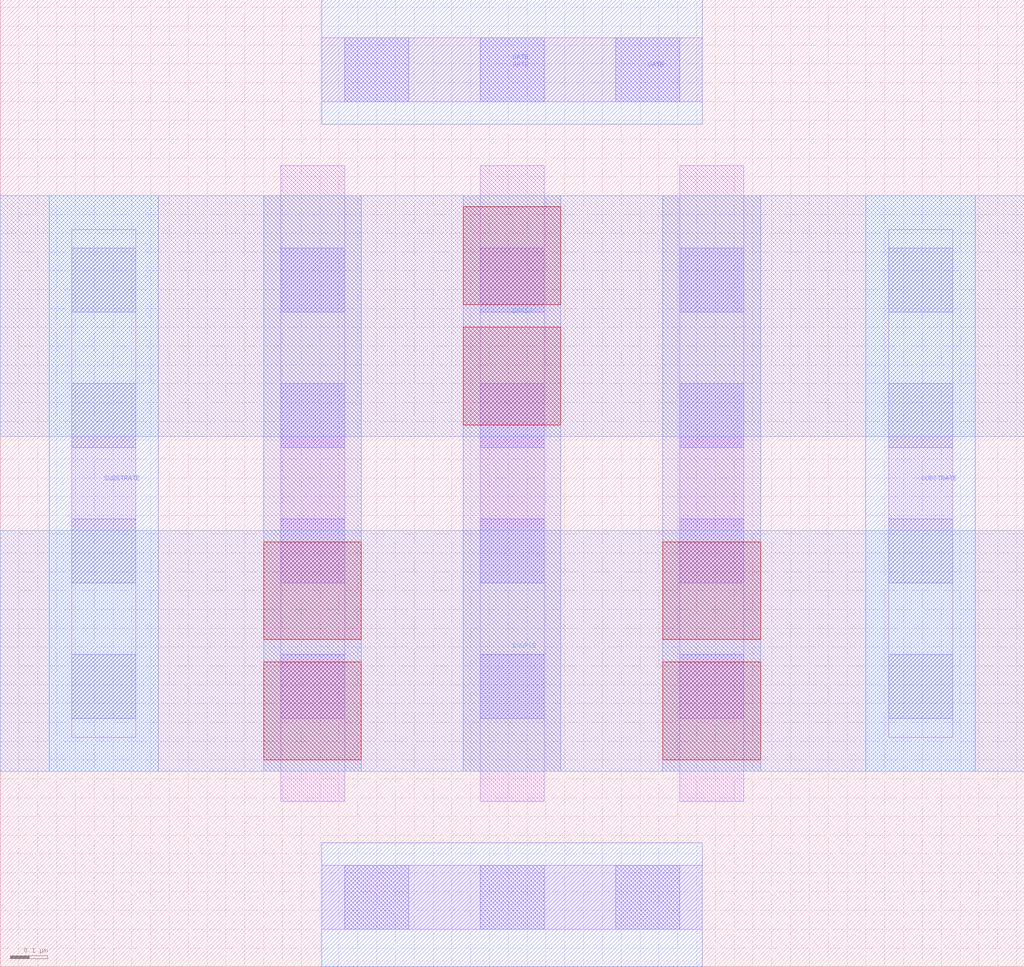
<source format=lef>
# Copyright 2020 The SkyWater PDK Authors
#
# Licensed under the Apache License, Version 2.0 (the "License");
# you may not use this file except in compliance with the License.
# You may obtain a copy of the License at
#
#     https://www.apache.org/licenses/LICENSE-2.0
#
# Unless required by applicable law or agreed to in writing, software
# distributed under the License is distributed on an "AS IS" BASIS,
# WITHOUT WARRANTIES OR CONDITIONS OF ANY KIND, either express or implied.
# See the License for the specific language governing permissions and
# limitations under the License.
#
# SPDX-License-Identifier: Apache-2.0

VERSION 5.7 ;
  NOWIREEXTENSIONATPIN ON ;
  DIVIDERCHAR "/" ;
  BUSBITCHARS "[]" ;
MACRO sky130_fd_pr__rf_nfet_01v8_aM02W1p65L0p25
  CLASS BLOCK ;
  FOREIGN sky130_fd_pr__rf_nfet_01v8_aM02W1p65L0p25 ;
  ORIGIN -0.050000 -0.050000 ;
  SIZE  2.720000 BY  2.570000 ;
  PIN DRAIN
    ANTENNADIFFAREA  0.462000 ;
    PORT
      LAYER met2 ;
        RECT 0.050000 1.460000 2.770000 2.100000 ;
    END
  END DRAIN
  PIN GATE
    ANTENNAGATEAREA  0.825000 ;
    PORT
      LAYER li1 ;
        RECT 0.905000 0.150000 1.915000 0.320000 ;
        RECT 0.905000 2.350000 1.915000 2.520000 ;
      LAYER mcon ;
        RECT 0.965000 0.150000 1.135000 0.320000 ;
        RECT 0.965000 2.350000 1.135000 2.520000 ;
        RECT 1.325000 0.150000 1.495000 0.320000 ;
        RECT 1.325000 2.350000 1.495000 2.520000 ;
        RECT 1.685000 0.150000 1.855000 0.320000 ;
        RECT 1.685000 2.350000 1.855000 2.520000 ;
    END
    PORT
      LAYER met1 ;
        RECT 0.905000 0.050000 1.915000 0.380000 ;
        RECT 0.905000 2.290000 1.915000 2.620000 ;
    END
  END GATE
  PIN SOURCE
    ANTENNADIFFAREA  0.924000 ;
    PORT
      LAYER met2 ;
        RECT 0.050000 0.570000 2.770000 1.210000 ;
    END
  END SOURCE
  PIN SUBSTRATE
    ANTENNADIFFAREA  0.478500 ;
    PORT
      LAYER met1 ;
        RECT 0.180000 0.570000 0.470000 2.100000 ;
    END
    PORT
      LAYER met1 ;
        RECT 2.350000 0.570000 2.640000 2.100000 ;
    END
  END SUBSTRATE
  OBS
    LAYER li1 ;
      RECT 0.240000 0.660000 0.410000 2.010000 ;
      RECT 0.795000 0.490000 0.965000 2.180000 ;
      RECT 1.325000 0.490000 1.495000 2.180000 ;
      RECT 1.855000 0.490000 2.025000 2.180000 ;
      RECT 2.410000 0.660000 2.580000 2.010000 ;
    LAYER mcon ;
      RECT 0.240000 0.710000 0.410000 0.880000 ;
      RECT 0.240000 1.070000 0.410000 1.240000 ;
      RECT 0.240000 1.430000 0.410000 1.600000 ;
      RECT 0.240000 1.790000 0.410000 1.960000 ;
      RECT 0.795000 0.710000 0.965000 0.880000 ;
      RECT 0.795000 1.070000 0.965000 1.240000 ;
      RECT 0.795000 1.430000 0.965000 1.600000 ;
      RECT 0.795000 1.790000 0.965000 1.960000 ;
      RECT 1.325000 0.710000 1.495000 0.880000 ;
      RECT 1.325000 1.070000 1.495000 1.240000 ;
      RECT 1.325000 1.430000 1.495000 1.600000 ;
      RECT 1.325000 1.790000 1.495000 1.960000 ;
      RECT 1.855000 0.710000 2.025000 0.880000 ;
      RECT 1.855000 1.070000 2.025000 1.240000 ;
      RECT 1.855000 1.430000 2.025000 1.600000 ;
      RECT 1.855000 1.790000 2.025000 1.960000 ;
      RECT 2.410000 0.710000 2.580000 0.880000 ;
      RECT 2.410000 1.070000 2.580000 1.240000 ;
      RECT 2.410000 1.430000 2.580000 1.600000 ;
      RECT 2.410000 1.790000 2.580000 1.960000 ;
    LAYER met1 ;
      RECT 0.750000 0.570000 1.010000 2.100000 ;
      RECT 1.280000 0.570000 1.540000 2.100000 ;
      RECT 1.810000 0.570000 2.070000 2.100000 ;
    LAYER via ;
      RECT 0.750000 0.600000 1.010000 0.860000 ;
      RECT 0.750000 0.920000 1.010000 1.180000 ;
      RECT 1.280000 1.490000 1.540000 1.750000 ;
      RECT 1.280000 1.810000 1.540000 2.070000 ;
      RECT 1.810000 0.600000 2.070000 0.860000 ;
      RECT 1.810000 0.920000 2.070000 1.180000 ;
  END
END sky130_fd_pr__rf_nfet_01v8_aM02W1p65L0p25
END LIBRARY

</source>
